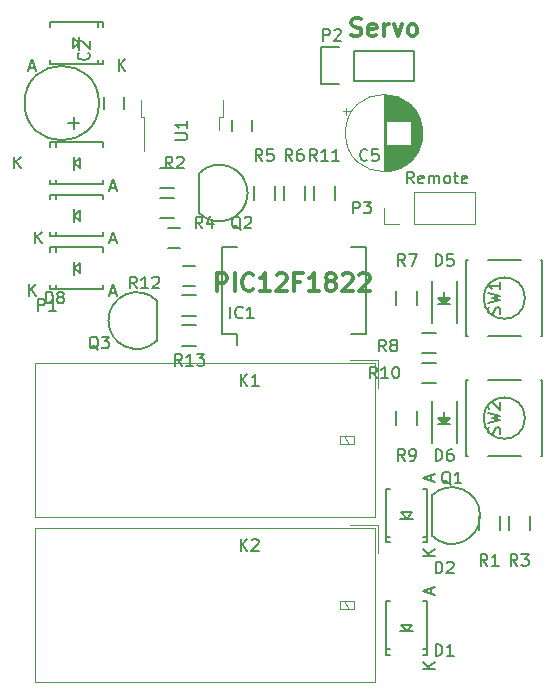
<source format=gbr>
G04 #@! TF.GenerationSoftware,KiCad,Pcbnew,(5.99.0-218-g4a79b08ca)*
G04 #@! TF.CreationDate,2019-10-24T17:32:45-07:00*
G04 #@! TF.ProjectId,RCSMCtrl,5243534d-4374-4726-9c2e-6b696361645f,NC*
G04 #@! TF.SameCoordinates,Original*
G04 #@! TF.FileFunction,Legend,Top*
G04 #@! TF.FilePolarity,Positive*
%FSLAX46Y46*%
G04 Gerber Fmt 4.6, Leading zero omitted, Abs format (unit mm)*
G04 Created by KiCad (PCBNEW (5.99.0-218-g4a79b08ca)) date 2019-10-24 17:32:45*
%MOMM*%
%LPD*%
G04 APERTURE LIST*
%ADD10C,0.150000*%
%ADD11C,0.300000*%
%ADD12C,0.120000*%
G04 APERTURE END LIST*
D10*
X137747619Y-63317380D02*
X137414285Y-62841190D01*
X137176190Y-63317380D02*
X137176190Y-62317380D01*
X137557142Y-62317380D01*
X137652380Y-62365000D01*
X137700000Y-62412619D01*
X137747619Y-62507857D01*
X137747619Y-62650714D01*
X137700000Y-62745952D01*
X137652380Y-62793571D01*
X137557142Y-62841190D01*
X137176190Y-62841190D01*
X138557142Y-63269761D02*
X138461904Y-63317380D01*
X138271428Y-63317380D01*
X138176190Y-63269761D01*
X138128571Y-63174523D01*
X138128571Y-62793571D01*
X138176190Y-62698333D01*
X138271428Y-62650714D01*
X138461904Y-62650714D01*
X138557142Y-62698333D01*
X138604761Y-62793571D01*
X138604761Y-62888809D01*
X138128571Y-62984047D01*
X139033333Y-63317380D02*
X139033333Y-62650714D01*
X139033333Y-62745952D02*
X139080952Y-62698333D01*
X139176190Y-62650714D01*
X139319047Y-62650714D01*
X139414285Y-62698333D01*
X139461904Y-62793571D01*
X139461904Y-63317380D01*
X139461904Y-62793571D02*
X139509523Y-62698333D01*
X139604761Y-62650714D01*
X139747619Y-62650714D01*
X139842857Y-62698333D01*
X139890476Y-62793571D01*
X139890476Y-63317380D01*
X140509523Y-63317380D02*
X140414285Y-63269761D01*
X140366666Y-63222142D01*
X140319047Y-63126904D01*
X140319047Y-62841190D01*
X140366666Y-62745952D01*
X140414285Y-62698333D01*
X140509523Y-62650714D01*
X140652380Y-62650714D01*
X140747619Y-62698333D01*
X140795238Y-62745952D01*
X140842857Y-62841190D01*
X140842857Y-63126904D01*
X140795238Y-63222142D01*
X140747619Y-63269761D01*
X140652380Y-63317380D01*
X140509523Y-63317380D01*
X141128571Y-62650714D02*
X141509523Y-62650714D01*
X141271428Y-62317380D02*
X141271428Y-63174523D01*
X141319047Y-63269761D01*
X141414285Y-63317380D01*
X141509523Y-63317380D01*
X142223809Y-63269761D02*
X142128571Y-63317380D01*
X141938095Y-63317380D01*
X141842857Y-63269761D01*
X141795238Y-63174523D01*
X141795238Y-62793571D01*
X141842857Y-62698333D01*
X141938095Y-62650714D01*
X142128571Y-62650714D01*
X142223809Y-62698333D01*
X142271428Y-62793571D01*
X142271428Y-62888809D01*
X141795238Y-62984047D01*
D11*
X132469285Y-50772142D02*
X132683571Y-50843571D01*
X133040714Y-50843571D01*
X133183571Y-50772142D01*
X133255000Y-50700714D01*
X133326428Y-50557857D01*
X133326428Y-50415000D01*
X133255000Y-50272142D01*
X133183571Y-50200714D01*
X133040714Y-50129285D01*
X132755000Y-50057857D01*
X132612142Y-49986428D01*
X132540714Y-49915000D01*
X132469285Y-49772142D01*
X132469285Y-49629285D01*
X132540714Y-49486428D01*
X132612142Y-49415000D01*
X132755000Y-49343571D01*
X133112142Y-49343571D01*
X133326428Y-49415000D01*
X134540714Y-50772142D02*
X134397857Y-50843571D01*
X134112142Y-50843571D01*
X133969285Y-50772142D01*
X133897857Y-50629285D01*
X133897857Y-50057857D01*
X133969285Y-49915000D01*
X134112142Y-49843571D01*
X134397857Y-49843571D01*
X134540714Y-49915000D01*
X134612142Y-50057857D01*
X134612142Y-50200714D01*
X133897857Y-50343571D01*
X135255000Y-50843571D02*
X135255000Y-49843571D01*
X135255000Y-50129285D02*
X135326428Y-49986428D01*
X135397857Y-49915000D01*
X135540714Y-49843571D01*
X135683571Y-49843571D01*
X136040714Y-49843571D02*
X136397857Y-50843571D01*
X136755000Y-49843571D01*
X137540714Y-50843571D02*
X137397857Y-50772142D01*
X137326428Y-50700714D01*
X137255000Y-50557857D01*
X137255000Y-50129285D01*
X137326428Y-49986428D01*
X137397857Y-49915000D01*
X137540714Y-49843571D01*
X137755000Y-49843571D01*
X137897857Y-49915000D01*
X137969285Y-49986428D01*
X138040714Y-50129285D01*
X138040714Y-50557857D01*
X137969285Y-50700714D01*
X137897857Y-50772142D01*
X137755000Y-50843571D01*
X137540714Y-50843571D01*
X121079428Y-72433571D02*
X121079428Y-70933571D01*
X121650857Y-70933571D01*
X121793714Y-71005000D01*
X121865142Y-71076428D01*
X121936571Y-71219285D01*
X121936571Y-71433571D01*
X121865142Y-71576428D01*
X121793714Y-71647857D01*
X121650857Y-71719285D01*
X121079428Y-71719285D01*
X122579428Y-72433571D02*
X122579428Y-70933571D01*
X124150857Y-72290714D02*
X124079428Y-72362142D01*
X123865142Y-72433571D01*
X123722285Y-72433571D01*
X123508000Y-72362142D01*
X123365142Y-72219285D01*
X123293714Y-72076428D01*
X123222285Y-71790714D01*
X123222285Y-71576428D01*
X123293714Y-71290714D01*
X123365142Y-71147857D01*
X123508000Y-71005000D01*
X123722285Y-70933571D01*
X123865142Y-70933571D01*
X124079428Y-71005000D01*
X124150857Y-71076428D01*
X125579428Y-72433571D02*
X124722285Y-72433571D01*
X125150857Y-72433571D02*
X125150857Y-70933571D01*
X125008000Y-71147857D01*
X124865142Y-71290714D01*
X124722285Y-71362142D01*
X126150857Y-71076428D02*
X126222285Y-71005000D01*
X126365142Y-70933571D01*
X126722285Y-70933571D01*
X126865142Y-71005000D01*
X126936571Y-71076428D01*
X127008000Y-71219285D01*
X127008000Y-71362142D01*
X126936571Y-71576428D01*
X126079428Y-72433571D01*
X127008000Y-72433571D01*
X128150857Y-71647857D02*
X127650857Y-71647857D01*
X127650857Y-72433571D02*
X127650857Y-70933571D01*
X128365142Y-70933571D01*
X129722285Y-72433571D02*
X128865142Y-72433571D01*
X129293714Y-72433571D02*
X129293714Y-70933571D01*
X129150857Y-71147857D01*
X129008000Y-71290714D01*
X128865142Y-71362142D01*
X130579428Y-71576428D02*
X130436571Y-71505000D01*
X130365142Y-71433571D01*
X130293714Y-71290714D01*
X130293714Y-71219285D01*
X130365142Y-71076428D01*
X130436571Y-71005000D01*
X130579428Y-70933571D01*
X130865142Y-70933571D01*
X131008000Y-71005000D01*
X131079428Y-71076428D01*
X131150857Y-71219285D01*
X131150857Y-71290714D01*
X131079428Y-71433571D01*
X131008000Y-71505000D01*
X130865142Y-71576428D01*
X130579428Y-71576428D01*
X130436571Y-71647857D01*
X130365142Y-71719285D01*
X130293714Y-71862142D01*
X130293714Y-72147857D01*
X130365142Y-72290714D01*
X130436571Y-72362142D01*
X130579428Y-72433571D01*
X130865142Y-72433571D01*
X131008000Y-72362142D01*
X131079428Y-72290714D01*
X131150857Y-72147857D01*
X131150857Y-71862142D01*
X131079428Y-71719285D01*
X131008000Y-71647857D01*
X130865142Y-71576428D01*
X131722285Y-71076428D02*
X131793714Y-71005000D01*
X131936571Y-70933571D01*
X132293714Y-70933571D01*
X132436571Y-71005000D01*
X132508000Y-71076428D01*
X132579428Y-71219285D01*
X132579428Y-71362142D01*
X132508000Y-71576428D01*
X131650857Y-72433571D01*
X132579428Y-72433571D01*
X133150857Y-71076428D02*
X133222285Y-71005000D01*
X133365142Y-70933571D01*
X133722285Y-70933571D01*
X133865142Y-71005000D01*
X133936571Y-71076428D01*
X134008000Y-71219285D01*
X134008000Y-71362142D01*
X133936571Y-71576428D01*
X133079428Y-72433571D01*
X134008000Y-72433571D01*
D10*
X113245000Y-57015000D02*
X113245000Y-56015000D01*
X111545000Y-56015000D02*
X111545000Y-57015000D01*
D12*
X142935000Y-66735000D02*
X142935000Y-64075000D01*
X137795000Y-66735000D02*
X142935000Y-66735000D01*
X137795000Y-64075000D02*
X142935000Y-64075000D01*
X137795000Y-66735000D02*
X137795000Y-64075000D01*
X136525000Y-66735000D02*
X135195000Y-66735000D01*
X135195000Y-66735000D02*
X135195000Y-65405000D01*
X138505000Y-59055000D02*
G75*
G03X138505000Y-59055000I-3270000J0D01*
G01*
X135235000Y-55825000D02*
X135235000Y-62285000D01*
X135275000Y-55825000D02*
X135275000Y-62285000D01*
X135315000Y-55825000D02*
X135315000Y-62285000D01*
X135355000Y-55827000D02*
X135355000Y-62283000D01*
X135395000Y-55828000D02*
X135395000Y-62282000D01*
X135435000Y-55831000D02*
X135435000Y-62279000D01*
X135475000Y-55833000D02*
X135475000Y-58015000D01*
X135475000Y-60095000D02*
X135475000Y-62277000D01*
X135515000Y-55837000D02*
X135515000Y-58015000D01*
X135515000Y-60095000D02*
X135515000Y-62273000D01*
X135555000Y-55840000D02*
X135555000Y-58015000D01*
X135555000Y-60095000D02*
X135555000Y-62270000D01*
X135595000Y-55844000D02*
X135595000Y-58015000D01*
X135595000Y-60095000D02*
X135595000Y-62266000D01*
X135635000Y-55849000D02*
X135635000Y-58015000D01*
X135635000Y-60095000D02*
X135635000Y-62261000D01*
X135675000Y-55854000D02*
X135675000Y-58015000D01*
X135675000Y-60095000D02*
X135675000Y-62256000D01*
X135715000Y-55860000D02*
X135715000Y-58015000D01*
X135715000Y-60095000D02*
X135715000Y-62250000D01*
X135755000Y-55866000D02*
X135755000Y-58015000D01*
X135755000Y-60095000D02*
X135755000Y-62244000D01*
X135795000Y-55873000D02*
X135795000Y-58015000D01*
X135795000Y-60095000D02*
X135795000Y-62237000D01*
X135835000Y-55880000D02*
X135835000Y-58015000D01*
X135835000Y-60095000D02*
X135835000Y-62230000D01*
X135875000Y-55888000D02*
X135875000Y-58015000D01*
X135875000Y-60095000D02*
X135875000Y-62222000D01*
X135915000Y-55896000D02*
X135915000Y-58015000D01*
X135915000Y-60095000D02*
X135915000Y-62214000D01*
X135956000Y-55905000D02*
X135956000Y-58015000D01*
X135956000Y-60095000D02*
X135956000Y-62205000D01*
X135996000Y-55914000D02*
X135996000Y-58015000D01*
X135996000Y-60095000D02*
X135996000Y-62196000D01*
X136036000Y-55924000D02*
X136036000Y-58015000D01*
X136036000Y-60095000D02*
X136036000Y-62186000D01*
X136076000Y-55934000D02*
X136076000Y-58015000D01*
X136076000Y-60095000D02*
X136076000Y-62176000D01*
X136116000Y-55945000D02*
X136116000Y-58015000D01*
X136116000Y-60095000D02*
X136116000Y-62165000D01*
X136156000Y-55957000D02*
X136156000Y-58015000D01*
X136156000Y-60095000D02*
X136156000Y-62153000D01*
X136196000Y-55969000D02*
X136196000Y-58015000D01*
X136196000Y-60095000D02*
X136196000Y-62141000D01*
X136236000Y-55981000D02*
X136236000Y-58015000D01*
X136236000Y-60095000D02*
X136236000Y-62129000D01*
X136276000Y-55994000D02*
X136276000Y-58015000D01*
X136276000Y-60095000D02*
X136276000Y-62116000D01*
X136316000Y-56008000D02*
X136316000Y-58015000D01*
X136316000Y-60095000D02*
X136316000Y-62102000D01*
X136356000Y-56022000D02*
X136356000Y-58015000D01*
X136356000Y-60095000D02*
X136356000Y-62088000D01*
X136396000Y-56037000D02*
X136396000Y-58015000D01*
X136396000Y-60095000D02*
X136396000Y-62073000D01*
X136436000Y-56053000D02*
X136436000Y-58015000D01*
X136436000Y-60095000D02*
X136436000Y-62057000D01*
X136476000Y-56069000D02*
X136476000Y-58015000D01*
X136476000Y-60095000D02*
X136476000Y-62041000D01*
X136516000Y-56085000D02*
X136516000Y-58015000D01*
X136516000Y-60095000D02*
X136516000Y-62025000D01*
X136556000Y-56103000D02*
X136556000Y-58015000D01*
X136556000Y-60095000D02*
X136556000Y-62007000D01*
X136596000Y-56121000D02*
X136596000Y-58015000D01*
X136596000Y-60095000D02*
X136596000Y-61989000D01*
X136636000Y-56139000D02*
X136636000Y-58015000D01*
X136636000Y-60095000D02*
X136636000Y-61971000D01*
X136676000Y-56159000D02*
X136676000Y-58015000D01*
X136676000Y-60095000D02*
X136676000Y-61951000D01*
X136716000Y-56179000D02*
X136716000Y-58015000D01*
X136716000Y-60095000D02*
X136716000Y-61931000D01*
X136756000Y-56199000D02*
X136756000Y-58015000D01*
X136756000Y-60095000D02*
X136756000Y-61911000D01*
X136796000Y-56221000D02*
X136796000Y-58015000D01*
X136796000Y-60095000D02*
X136796000Y-61889000D01*
X136836000Y-56243000D02*
X136836000Y-58015000D01*
X136836000Y-60095000D02*
X136836000Y-61867000D01*
X136876000Y-56265000D02*
X136876000Y-58015000D01*
X136876000Y-60095000D02*
X136876000Y-61845000D01*
X136916000Y-56289000D02*
X136916000Y-58015000D01*
X136916000Y-60095000D02*
X136916000Y-61821000D01*
X136956000Y-56313000D02*
X136956000Y-58015000D01*
X136956000Y-60095000D02*
X136956000Y-61797000D01*
X136996000Y-56339000D02*
X136996000Y-58015000D01*
X136996000Y-60095000D02*
X136996000Y-61771000D01*
X137036000Y-56365000D02*
X137036000Y-58015000D01*
X137036000Y-60095000D02*
X137036000Y-61745000D01*
X137076000Y-56391000D02*
X137076000Y-58015000D01*
X137076000Y-60095000D02*
X137076000Y-61719000D01*
X137116000Y-56419000D02*
X137116000Y-58015000D01*
X137116000Y-60095000D02*
X137116000Y-61691000D01*
X137156000Y-56448000D02*
X137156000Y-58015000D01*
X137156000Y-60095000D02*
X137156000Y-61662000D01*
X137196000Y-56477000D02*
X137196000Y-58015000D01*
X137196000Y-60095000D02*
X137196000Y-61633000D01*
X137236000Y-56507000D02*
X137236000Y-58015000D01*
X137236000Y-60095000D02*
X137236000Y-61603000D01*
X137276000Y-56539000D02*
X137276000Y-58015000D01*
X137276000Y-60095000D02*
X137276000Y-61571000D01*
X137316000Y-56571000D02*
X137316000Y-58015000D01*
X137316000Y-60095000D02*
X137316000Y-61539000D01*
X137356000Y-56605000D02*
X137356000Y-58015000D01*
X137356000Y-60095000D02*
X137356000Y-61505000D01*
X137396000Y-56639000D02*
X137396000Y-58015000D01*
X137396000Y-60095000D02*
X137396000Y-61471000D01*
X137436000Y-56675000D02*
X137436000Y-58015000D01*
X137436000Y-60095000D02*
X137436000Y-61435000D01*
X137476000Y-56712000D02*
X137476000Y-58015000D01*
X137476000Y-60095000D02*
X137476000Y-61398000D01*
X137516000Y-56750000D02*
X137516000Y-58015000D01*
X137516000Y-60095000D02*
X137516000Y-61360000D01*
X137556000Y-56790000D02*
X137556000Y-61320000D01*
X137596000Y-56831000D02*
X137596000Y-61279000D01*
X137636000Y-56873000D02*
X137636000Y-61237000D01*
X137676000Y-56918000D02*
X137676000Y-61192000D01*
X137716000Y-56963000D02*
X137716000Y-61147000D01*
X137756000Y-57011000D02*
X137756000Y-61099000D01*
X137796000Y-57060000D02*
X137796000Y-61050000D01*
X137836000Y-57111000D02*
X137836000Y-60999000D01*
X137876000Y-57165000D02*
X137876000Y-60945000D01*
X137916000Y-57221000D02*
X137916000Y-60889000D01*
X137956000Y-57279000D02*
X137956000Y-60831000D01*
X137996000Y-57341000D02*
X137996000Y-60769000D01*
X138036000Y-57405000D02*
X138036000Y-60705000D01*
X138076000Y-57474000D02*
X138076000Y-60636000D01*
X138116000Y-57546000D02*
X138116000Y-60564000D01*
X138156000Y-57623000D02*
X138156000Y-60487000D01*
X138196000Y-57705000D02*
X138196000Y-60405000D01*
X138236000Y-57793000D02*
X138236000Y-60317000D01*
X138276000Y-57890000D02*
X138276000Y-60220000D01*
X138316000Y-57996000D02*
X138316000Y-60114000D01*
X138356000Y-58115000D02*
X138356000Y-59995000D01*
X138396000Y-58253000D02*
X138396000Y-59857000D01*
X138436000Y-58422000D02*
X138436000Y-59688000D01*
X138476000Y-58653000D02*
X138476000Y-59457000D01*
X131734759Y-57216000D02*
X132364759Y-57216000D01*
X132049759Y-56901000D02*
X132049759Y-57531000D01*
X134720000Y-78290000D02*
X134720000Y-80630000D01*
X132380000Y-78290000D02*
X134720000Y-78290000D01*
X131480000Y-84680000D02*
X131480000Y-85380000D01*
X132680000Y-84680000D02*
X131480000Y-84680000D01*
X132680000Y-85380000D02*
X132680000Y-84680000D01*
X131480000Y-85380000D02*
X132680000Y-85380000D01*
X131880000Y-84680000D02*
X132280000Y-85380000D01*
X105680000Y-78530000D02*
X105680000Y-91530000D01*
X134480000Y-78530000D02*
X105680000Y-78530000D01*
X134480000Y-91530000D02*
X134480000Y-78530000D01*
X105680000Y-91530000D02*
X134480000Y-91530000D01*
D10*
X116975000Y-68795000D02*
X117975000Y-68795000D01*
X117975000Y-67095000D02*
X116975000Y-67095000D01*
X111099600Y-56515000D02*
G75*
G03X111099600Y-56515000I-3149600J0D01*
G01*
X108950760Y-57815480D02*
X108950760Y-57713880D01*
X108950760Y-58214260D02*
X108950760Y-57815480D01*
X109451140Y-58214260D02*
X108950760Y-58214260D01*
X108950760Y-58214260D02*
X108950760Y-58714640D01*
X108950760Y-58214260D02*
X108450380Y-58214260D01*
X124040000Y-58920000D02*
X124040000Y-57920000D01*
X122340000Y-57920000D02*
X122340000Y-58920000D01*
X119245000Y-70270000D02*
X118245000Y-70270000D01*
X118245000Y-71970000D02*
X119245000Y-71970000D01*
X135409940Y-103215440D02*
X135409940Y-98714560D01*
X138910060Y-103215440D02*
X138910060Y-98714560D01*
X135409940Y-98714560D02*
X135760460Y-98714560D01*
X135409940Y-103215440D02*
X135760460Y-103215440D01*
X138910060Y-103215440D02*
X138559540Y-103215440D01*
X138910060Y-98714560D02*
X138559540Y-98714560D01*
X135409940Y-102764140D02*
X135760460Y-102764140D01*
X138910060Y-102764140D02*
X138559540Y-102764140D01*
X136610000Y-101215000D02*
X137710000Y-101215000D01*
X137610000Y-100665000D02*
X137160000Y-101215000D01*
X136710000Y-100665000D02*
X137610000Y-100665000D01*
X137160000Y-101215000D02*
X136710000Y-100665000D01*
X135409940Y-93690440D02*
X135409940Y-89189560D01*
X138910060Y-93690440D02*
X138910060Y-89189560D01*
X135409940Y-89189560D02*
X135760460Y-89189560D01*
X135409940Y-93690440D02*
X135760460Y-93690440D01*
X138910060Y-93690440D02*
X138559540Y-93690440D01*
X138910060Y-89189560D02*
X138559540Y-89189560D01*
X135409940Y-93239140D02*
X135760460Y-93239140D01*
X138910060Y-93239140D02*
X138559540Y-93239140D01*
X136610000Y-91690000D02*
X137710000Y-91690000D01*
X137610000Y-91140000D02*
X137160000Y-91690000D01*
X136710000Y-91140000D02*
X137610000Y-91140000D01*
X137160000Y-91690000D02*
X136710000Y-91140000D01*
X106969560Y-59844940D02*
X111470440Y-59844940D01*
X106969560Y-63345060D02*
X111470440Y-63345060D01*
X111470440Y-59844940D02*
X111470440Y-60195460D01*
X106969560Y-59844940D02*
X106969560Y-60195460D01*
X106969560Y-63345060D02*
X106969560Y-62994540D01*
X111470440Y-63345060D02*
X111470440Y-62994540D01*
X107420860Y-59844940D02*
X107420860Y-60195460D01*
X107420860Y-63345060D02*
X107420860Y-62994540D01*
X108970000Y-61045000D02*
X108970000Y-62145000D01*
X109520000Y-62045000D02*
X108970000Y-61595000D01*
X109520000Y-61145000D02*
X109520000Y-62045000D01*
X108970000Y-61595000D02*
X109520000Y-61145000D01*
X111429800Y-53185060D02*
X106928920Y-53185060D01*
X111429800Y-49684940D02*
X106928920Y-49684940D01*
X106928920Y-53185060D02*
X106928920Y-52834540D01*
X111429800Y-53185060D02*
X111429800Y-52834540D01*
X111429800Y-49684940D02*
X111429800Y-50035460D01*
X106928920Y-49684940D02*
X106928920Y-50035460D01*
X110978500Y-53185060D02*
X110978500Y-52834540D01*
X110978500Y-49684940D02*
X110978500Y-50035460D01*
X109429360Y-51985000D02*
X109429360Y-50885000D01*
X108879360Y-50985000D02*
X109429360Y-51435000D01*
X108879360Y-51885000D02*
X108879360Y-50985000D01*
X109429360Y-51435000D02*
X108879360Y-51885000D01*
X140835000Y-73025000D02*
X140335000Y-73525000D01*
X139835000Y-73025000D02*
X140835000Y-73025000D01*
X140335000Y-73525000D02*
X139835000Y-73025000D01*
X140335000Y-73025000D02*
X140335000Y-72525000D01*
X139835000Y-73525000D02*
X140835000Y-73525000D01*
X140385000Y-73225000D02*
X140335000Y-73275000D01*
X140135000Y-73225000D02*
X140385000Y-73225000D01*
X140335000Y-73425000D02*
X140135000Y-73225000D01*
X140635000Y-73125000D02*
X140335000Y-73425000D01*
X140035000Y-73125000D02*
X140635000Y-73125000D01*
X139285000Y-75175000D02*
X139285000Y-71575000D01*
X141385000Y-75175000D02*
X141385000Y-71575000D01*
X140835000Y-83185000D02*
X140335000Y-83685000D01*
X139835000Y-83185000D02*
X140835000Y-83185000D01*
X140335000Y-83685000D02*
X139835000Y-83185000D01*
X140335000Y-83185000D02*
X140335000Y-82685000D01*
X139835000Y-83685000D02*
X140835000Y-83685000D01*
X140385000Y-83385000D02*
X140335000Y-83435000D01*
X140135000Y-83385000D02*
X140385000Y-83385000D01*
X140335000Y-83585000D02*
X140135000Y-83385000D01*
X140635000Y-83285000D02*
X140335000Y-83585000D01*
X140035000Y-83285000D02*
X140635000Y-83285000D01*
X139285000Y-85335000D02*
X139285000Y-81735000D01*
X141385000Y-85335000D02*
X141385000Y-81735000D01*
X106969560Y-64289940D02*
X111470440Y-64289940D01*
X106969560Y-67790060D02*
X111470440Y-67790060D01*
X111470440Y-64289940D02*
X111470440Y-64640460D01*
X106969560Y-64289940D02*
X106969560Y-64640460D01*
X106969560Y-67790060D02*
X106969560Y-67439540D01*
X111470440Y-67790060D02*
X111470440Y-67439540D01*
X107420860Y-64289940D02*
X107420860Y-64640460D01*
X107420860Y-67790060D02*
X107420860Y-67439540D01*
X108970000Y-65490000D02*
X108970000Y-66590000D01*
X109520000Y-66490000D02*
X108970000Y-66040000D01*
X109520000Y-65590000D02*
X109520000Y-66490000D01*
X108970000Y-66040000D02*
X109520000Y-65590000D01*
X106969560Y-68734940D02*
X111470440Y-68734940D01*
X106969560Y-72235060D02*
X111470440Y-72235060D01*
X111470440Y-68734940D02*
X111470440Y-69085460D01*
X106969560Y-68734940D02*
X106969560Y-69085460D01*
X106969560Y-72235060D02*
X106969560Y-71884540D01*
X111470440Y-72235060D02*
X111470440Y-71884540D01*
X107420860Y-68734940D02*
X107420860Y-69085460D01*
X107420860Y-72235060D02*
X107420860Y-71884540D01*
X108970000Y-69935000D02*
X108970000Y-71035000D01*
X109520000Y-70935000D02*
X108970000Y-70485000D01*
X109520000Y-70035000D02*
X109520000Y-70935000D01*
X108970000Y-70485000D02*
X109520000Y-70035000D01*
X122800000Y-76065000D02*
X122800000Y-77000000D01*
X133740000Y-76065000D02*
X133740000Y-68715000D01*
X121530000Y-76065000D02*
X121530000Y-68715000D01*
X133740000Y-76065000D02*
X132470000Y-76065000D01*
X133740000Y-68715000D02*
X132470000Y-68715000D01*
X121530000Y-68715000D02*
X122800000Y-68715000D01*
X121530000Y-76065000D02*
X122800000Y-76065000D01*
X129895000Y-54890000D02*
X129895000Y-51790000D01*
X131445000Y-54890000D02*
X129895000Y-54890000D01*
X132715000Y-52070000D02*
X132715000Y-54610000D01*
X129895000Y-51790000D02*
X131445000Y-51790000D01*
X137795000Y-52070000D02*
X132715000Y-52070000D01*
X137795000Y-54610000D02*
X137795000Y-52070000D01*
X132715000Y-54610000D02*
X137795000Y-54610000D01*
X139272944Y-93137056D02*
G75*
G03X143370000Y-91440000I1697056J1697056D01*
G01*
X139272944Y-89742944D02*
G75*
G02X143370000Y-91440000I1697056J-1697056D01*
G01*
X139270000Y-89740000D02*
X139270000Y-93140000D01*
X119587944Y-65832056D02*
G75*
G03X123685000Y-64135000I1697056J1697056D01*
G01*
X119587944Y-62437944D02*
G75*
G02X123685000Y-64135000I1697056J-1697056D01*
G01*
X119585000Y-62435000D02*
X119585000Y-65835000D01*
X115997056Y-73232944D02*
G75*
G03X111900000Y-74930000I-1697056J-1697056D01*
G01*
X115997056Y-76627056D02*
G75*
G02X111900000Y-74930000I-1697056J1697056D01*
G01*
X116000000Y-76630000D02*
X116000000Y-73230000D01*
X143270000Y-92675000D02*
X143270000Y-91475000D01*
X145020000Y-91475000D02*
X145020000Y-92675000D01*
X117440000Y-63740000D02*
X116240000Y-63740000D01*
X116240000Y-61990000D02*
X117440000Y-61990000D01*
X147560000Y-91475000D02*
X147560000Y-92675000D01*
X145810000Y-92675000D02*
X145810000Y-91475000D01*
X117440000Y-66280000D02*
X116240000Y-66280000D01*
X116240000Y-64530000D02*
X117440000Y-64530000D01*
X125970000Y-63535000D02*
X125970000Y-64735000D01*
X124220000Y-64735000D02*
X124220000Y-63535000D01*
X126760000Y-64735000D02*
X126760000Y-63535000D01*
X128510000Y-63535000D02*
X128510000Y-64735000D01*
X136285000Y-73625000D02*
X136285000Y-72425000D01*
X138035000Y-72425000D02*
X138035000Y-73625000D01*
X138465000Y-75960000D02*
X139665000Y-75960000D01*
X139665000Y-77710000D02*
X138465000Y-77710000D01*
X136285000Y-83785000D02*
X136285000Y-82585000D01*
X138035000Y-82585000D02*
X138035000Y-83785000D01*
X138465000Y-78500000D02*
X139665000Y-78500000D01*
X139665000Y-80250000D02*
X138465000Y-80250000D01*
X131050000Y-63535000D02*
X131050000Y-64735000D01*
X129300000Y-64735000D02*
X129300000Y-63535000D01*
X119345000Y-74535000D02*
X118145000Y-74535000D01*
X118145000Y-72785000D02*
X119345000Y-72785000D01*
X119345000Y-77075000D02*
X118145000Y-77075000D01*
X118145000Y-75325000D02*
X119345000Y-75325000D01*
X148640000Y-76250000D02*
X148640000Y-69800000D01*
X144015000Y-76250000D02*
X146815000Y-76250000D01*
X142190000Y-76250000D02*
X142190000Y-69800000D01*
X144015000Y-69800000D02*
X146815000Y-69800000D01*
X142315000Y-76250000D02*
X142190000Y-76250000D01*
X148640000Y-76250000D02*
X148515000Y-76250000D01*
X148640000Y-69800000D02*
X148515000Y-69800000D01*
X142190000Y-69800000D02*
X142315000Y-69800000D01*
X147165714Y-73025000D02*
G75*
G03X147165714Y-73025000I-1750714J0D01*
G01*
X148640000Y-86410000D02*
X148640000Y-79960000D01*
X144015000Y-86410000D02*
X146815000Y-86410000D01*
X142190000Y-86410000D02*
X142190000Y-79960000D01*
X144015000Y-79960000D02*
X146815000Y-79960000D01*
X142315000Y-86410000D02*
X142190000Y-86410000D01*
X148640000Y-86410000D02*
X148515000Y-86410000D01*
X148640000Y-79960000D02*
X148515000Y-79960000D01*
X142190000Y-79960000D02*
X142315000Y-79960000D01*
X147165714Y-83185000D02*
G75*
G03X147165714Y-83185000I-1750714J0D01*
G01*
D12*
X105680000Y-105500000D02*
X134480000Y-105500000D01*
X134480000Y-105500000D02*
X134480000Y-92500000D01*
X134480000Y-92500000D02*
X105680000Y-92500000D01*
X105680000Y-92500000D02*
X105680000Y-105500000D01*
X131880000Y-98650000D02*
X132280000Y-99350000D01*
X131480000Y-99350000D02*
X132680000Y-99350000D01*
X132680000Y-99350000D02*
X132680000Y-98650000D01*
X132680000Y-98650000D02*
X131480000Y-98650000D01*
X131480000Y-98650000D02*
X131480000Y-99350000D01*
X132380000Y-92260000D02*
X134720000Y-92260000D01*
X134720000Y-92260000D02*
X134720000Y-94600000D01*
X114660000Y-56215000D02*
X114660000Y-57715000D01*
X114660000Y-57715000D02*
X114930000Y-57715000D01*
X114930000Y-57715000D02*
X114930000Y-60545000D01*
X121560000Y-56215000D02*
X121560000Y-57715000D01*
X121560000Y-57715000D02*
X121290000Y-57715000D01*
X121290000Y-57715000D02*
X121290000Y-58815000D01*
D10*
X132611904Y-65857380D02*
X132611904Y-64857380D01*
X132992857Y-64857380D01*
X133088095Y-64905000D01*
X133135714Y-64952619D01*
X133183333Y-65047857D01*
X133183333Y-65190714D01*
X133135714Y-65285952D01*
X133088095Y-65333571D01*
X132992857Y-65381190D01*
X132611904Y-65381190D01*
X133516666Y-64857380D02*
X134135714Y-64857380D01*
X133802380Y-65238333D01*
X133945238Y-65238333D01*
X134040476Y-65285952D01*
X134088095Y-65333571D01*
X134135714Y-65428809D01*
X134135714Y-65666904D01*
X134088095Y-65762142D01*
X134040476Y-65809761D01*
X133945238Y-65857380D01*
X133659523Y-65857380D01*
X133564285Y-65809761D01*
X133516666Y-65762142D01*
X133818333Y-61317142D02*
X133770714Y-61364761D01*
X133627857Y-61412380D01*
X133532619Y-61412380D01*
X133389761Y-61364761D01*
X133294523Y-61269523D01*
X133246904Y-61174285D01*
X133199285Y-60983809D01*
X133199285Y-60840952D01*
X133246904Y-60650476D01*
X133294523Y-60555238D01*
X133389761Y-60460000D01*
X133532619Y-60412380D01*
X133627857Y-60412380D01*
X133770714Y-60460000D01*
X133818333Y-60507619D01*
X134723095Y-60412380D02*
X134246904Y-60412380D01*
X134199285Y-60888571D01*
X134246904Y-60840952D01*
X134342142Y-60793333D01*
X134580238Y-60793333D01*
X134675476Y-60840952D01*
X134723095Y-60888571D01*
X134770714Y-60983809D01*
X134770714Y-61221904D01*
X134723095Y-61317142D01*
X134675476Y-61364761D01*
X134580238Y-61412380D01*
X134342142Y-61412380D01*
X134246904Y-61364761D01*
X134199285Y-61317142D01*
X123086904Y-80462380D02*
X123086904Y-79462380D01*
X123658333Y-80462380D02*
X123229761Y-79890952D01*
X123658333Y-79462380D02*
X123086904Y-80033809D01*
X124610714Y-80462380D02*
X124039285Y-80462380D01*
X124325000Y-80462380D02*
X124325000Y-79462380D01*
X124229761Y-79605238D01*
X124134523Y-79700476D01*
X124039285Y-79748095D01*
X105941904Y-74112380D02*
X105941904Y-73112380D01*
X106322857Y-73112380D01*
X106418095Y-73160000D01*
X106465714Y-73207619D01*
X106513333Y-73302857D01*
X106513333Y-73445714D01*
X106465714Y-73540952D01*
X106418095Y-73588571D01*
X106322857Y-73636190D01*
X105941904Y-73636190D01*
X107465714Y-74112380D02*
X106894285Y-74112380D01*
X107180000Y-74112380D02*
X107180000Y-73112380D01*
X107084761Y-73255238D01*
X106989523Y-73350476D01*
X106894285Y-73398095D01*
X110212142Y-52236666D02*
X110259761Y-52284285D01*
X110307380Y-52427142D01*
X110307380Y-52522380D01*
X110259761Y-52665238D01*
X110164523Y-52760476D01*
X110069285Y-52808095D01*
X109878809Y-52855714D01*
X109735952Y-52855714D01*
X109545476Y-52808095D01*
X109450238Y-52760476D01*
X109355000Y-52665238D01*
X109307380Y-52522380D01*
X109307380Y-52427142D01*
X109355000Y-52284285D01*
X109402619Y-52236666D01*
X109402619Y-51855714D02*
X109355000Y-51808095D01*
X109307380Y-51712857D01*
X109307380Y-51474761D01*
X109355000Y-51379523D01*
X109402619Y-51331904D01*
X109497857Y-51284285D01*
X109593095Y-51284285D01*
X109735952Y-51331904D01*
X110307380Y-51903333D01*
X110307380Y-51284285D01*
X139596904Y-103322380D02*
X139596904Y-102322380D01*
X139835000Y-102322380D01*
X139977857Y-102370000D01*
X140073095Y-102465238D01*
X140120714Y-102560476D01*
X140168333Y-102750952D01*
X140168333Y-102893809D01*
X140120714Y-103084285D01*
X140073095Y-103179523D01*
X139977857Y-103274761D01*
X139835000Y-103322380D01*
X139596904Y-103322380D01*
X141120714Y-103322380D02*
X140549285Y-103322380D01*
X140835000Y-103322380D02*
X140835000Y-102322380D01*
X140739761Y-102465238D01*
X140644523Y-102560476D01*
X140549285Y-102608095D01*
X139231666Y-98028095D02*
X139231666Y-97551904D01*
X139517380Y-98123333D02*
X138517380Y-97790000D01*
X139517380Y-97456666D01*
X139517380Y-104401904D02*
X138517380Y-104401904D01*
X139517380Y-103830476D02*
X138945952Y-104259047D01*
X138517380Y-103830476D02*
X139088809Y-104401904D01*
X139596904Y-96337380D02*
X139596904Y-95337380D01*
X139835000Y-95337380D01*
X139977857Y-95385000D01*
X140073095Y-95480238D01*
X140120714Y-95575476D01*
X140168333Y-95765952D01*
X140168333Y-95908809D01*
X140120714Y-96099285D01*
X140073095Y-96194523D01*
X139977857Y-96289761D01*
X139835000Y-96337380D01*
X139596904Y-96337380D01*
X140549285Y-95432619D02*
X140596904Y-95385000D01*
X140692142Y-95337380D01*
X140930238Y-95337380D01*
X141025476Y-95385000D01*
X141073095Y-95432619D01*
X141120714Y-95527857D01*
X141120714Y-95623095D01*
X141073095Y-95765952D01*
X140501666Y-96337380D01*
X141120714Y-96337380D01*
X139231666Y-88503095D02*
X139231666Y-88026904D01*
X139517380Y-88598333D02*
X138517380Y-88265000D01*
X139517380Y-87931666D01*
X139517380Y-94876904D02*
X138517380Y-94876904D01*
X139517380Y-94305476D02*
X138945952Y-94734047D01*
X138517380Y-94305476D02*
X139088809Y-94876904D01*
X112031904Y-63666666D02*
X112508095Y-63666666D01*
X111936666Y-63952380D02*
X112270000Y-62952380D01*
X112603333Y-63952380D01*
X103918735Y-62047380D02*
X103918735Y-61047380D01*
X104490163Y-62047380D02*
X104061592Y-61475952D01*
X104490163Y-61047380D02*
X103918735Y-61618809D01*
X105171904Y-53506666D02*
X105648095Y-53506666D01*
X105076666Y-53792380D02*
X105410000Y-52792380D01*
X105743333Y-53792380D01*
X112768095Y-53792380D02*
X112768095Y-52792380D01*
X113339523Y-53792380D02*
X112910952Y-53220952D01*
X113339523Y-52792380D02*
X112768095Y-53363809D01*
X139596904Y-70302380D02*
X139596904Y-69302380D01*
X139835000Y-69302380D01*
X139977857Y-69350000D01*
X140073095Y-69445238D01*
X140120714Y-69540476D01*
X140168333Y-69730952D01*
X140168333Y-69873809D01*
X140120714Y-70064285D01*
X140073095Y-70159523D01*
X139977857Y-70254761D01*
X139835000Y-70302380D01*
X139596904Y-70302380D01*
X141073095Y-69302380D02*
X140596904Y-69302380D01*
X140549285Y-69778571D01*
X140596904Y-69730952D01*
X140692142Y-69683333D01*
X140930238Y-69683333D01*
X141025476Y-69730952D01*
X141073095Y-69778571D01*
X141120714Y-69873809D01*
X141120714Y-70111904D01*
X141073095Y-70207142D01*
X141025476Y-70254761D01*
X140930238Y-70302380D01*
X140692142Y-70302380D01*
X140596904Y-70254761D01*
X140549285Y-70207142D01*
X139596904Y-86812380D02*
X139596904Y-85812380D01*
X139835000Y-85812380D01*
X139977857Y-85860000D01*
X140073095Y-85955238D01*
X140120714Y-86050476D01*
X140168333Y-86240952D01*
X140168333Y-86383809D01*
X140120714Y-86574285D01*
X140073095Y-86669523D01*
X139977857Y-86764761D01*
X139835000Y-86812380D01*
X139596904Y-86812380D01*
X141025476Y-85812380D02*
X140835000Y-85812380D01*
X140739761Y-85860000D01*
X140692142Y-85907619D01*
X140596904Y-86050476D01*
X140549285Y-86240952D01*
X140549285Y-86621904D01*
X140596904Y-86717142D01*
X140644523Y-86764761D01*
X140739761Y-86812380D01*
X140930238Y-86812380D01*
X141025476Y-86764761D01*
X141073095Y-86717142D01*
X141120714Y-86621904D01*
X141120714Y-86383809D01*
X141073095Y-86288571D01*
X141025476Y-86240952D01*
X140930238Y-86193333D01*
X140739761Y-86193333D01*
X140644523Y-86240952D01*
X140596904Y-86288571D01*
X140549285Y-86383809D01*
X112031904Y-68111666D02*
X112508095Y-68111666D01*
X111936666Y-68397380D02*
X112270000Y-67397380D01*
X112603333Y-68397380D01*
X105708095Y-68397380D02*
X105708095Y-67397380D01*
X106279523Y-68397380D02*
X105850952Y-67825952D01*
X106279523Y-67397380D02*
X105708095Y-67968809D01*
X106617544Y-73477380D02*
X106617544Y-72477380D01*
X106855640Y-72477380D01*
X106998497Y-72525000D01*
X107093735Y-72620238D01*
X107141354Y-72715476D01*
X107188973Y-72905952D01*
X107188973Y-73048809D01*
X107141354Y-73239285D01*
X107093735Y-73334523D01*
X106998497Y-73429761D01*
X106855640Y-73477380D01*
X106617544Y-73477380D01*
X107760401Y-72905952D02*
X107665163Y-72858333D01*
X107617544Y-72810714D01*
X107569925Y-72715476D01*
X107569925Y-72667857D01*
X107617544Y-72572619D01*
X107665163Y-72525000D01*
X107760401Y-72477380D01*
X107950878Y-72477380D01*
X108046116Y-72525000D01*
X108093735Y-72572619D01*
X108141354Y-72667857D01*
X108141354Y-72715476D01*
X108093735Y-72810714D01*
X108046116Y-72858333D01*
X107950878Y-72905952D01*
X107760401Y-72905952D01*
X107665163Y-72953571D01*
X107617544Y-73001190D01*
X107569925Y-73096428D01*
X107569925Y-73286904D01*
X107617544Y-73382142D01*
X107665163Y-73429761D01*
X107760401Y-73477380D01*
X107950878Y-73477380D01*
X108046116Y-73429761D01*
X108093735Y-73382142D01*
X108141354Y-73286904D01*
X108141354Y-73096428D01*
X108093735Y-73001190D01*
X108046116Y-72953571D01*
X107950878Y-72905952D01*
X112031904Y-72556666D02*
X112508095Y-72556666D01*
X111936666Y-72842380D02*
X112270000Y-71842380D01*
X112603333Y-72842380D01*
X105188735Y-72842380D02*
X105188735Y-71842380D01*
X105760163Y-72842380D02*
X105331592Y-72270952D01*
X105760163Y-71842380D02*
X105188735Y-72413809D01*
X122213809Y-74747380D02*
X122213809Y-73747380D01*
X123261428Y-74652142D02*
X123213809Y-74699761D01*
X123070952Y-74747380D01*
X122975714Y-74747380D01*
X122832857Y-74699761D01*
X122737619Y-74604523D01*
X122690000Y-74509285D01*
X122642380Y-74318809D01*
X122642380Y-74175952D01*
X122690000Y-73985476D01*
X122737619Y-73890238D01*
X122832857Y-73795000D01*
X122975714Y-73747380D01*
X123070952Y-73747380D01*
X123213809Y-73795000D01*
X123261428Y-73842619D01*
X124213809Y-74747380D02*
X123642380Y-74747380D01*
X123928095Y-74747380D02*
X123928095Y-73747380D01*
X123832857Y-73890238D01*
X123737619Y-73985476D01*
X123642380Y-74033095D01*
X130071904Y-51252380D02*
X130071904Y-50252380D01*
X130452857Y-50252380D01*
X130548095Y-50300000D01*
X130595714Y-50347619D01*
X130643333Y-50442857D01*
X130643333Y-50585714D01*
X130595714Y-50680952D01*
X130548095Y-50728571D01*
X130452857Y-50776190D01*
X130071904Y-50776190D01*
X131024285Y-50347619D02*
X131071904Y-50300000D01*
X131167142Y-50252380D01*
X131405238Y-50252380D01*
X131500476Y-50300000D01*
X131548095Y-50347619D01*
X131595714Y-50442857D01*
X131595714Y-50538095D01*
X131548095Y-50680952D01*
X130976666Y-51252380D01*
X131595714Y-51252380D01*
X140874761Y-88812619D02*
X140779523Y-88765000D01*
X140684285Y-88669761D01*
X140541428Y-88526904D01*
X140446190Y-88479285D01*
X140350952Y-88479285D01*
X140398571Y-88717380D02*
X140303333Y-88669761D01*
X140208095Y-88574523D01*
X140160476Y-88384047D01*
X140160476Y-88050714D01*
X140208095Y-87860238D01*
X140303333Y-87765000D01*
X140398571Y-87717380D01*
X140589047Y-87717380D01*
X140684285Y-87765000D01*
X140779523Y-87860238D01*
X140827142Y-88050714D01*
X140827142Y-88384047D01*
X140779523Y-88574523D01*
X140684285Y-88669761D01*
X140589047Y-88717380D01*
X140398571Y-88717380D01*
X141779523Y-88717380D02*
X141208095Y-88717380D01*
X141493809Y-88717380D02*
X141493809Y-87717380D01*
X141398571Y-87860238D01*
X141303333Y-87955476D01*
X141208095Y-88003095D01*
X123094761Y-67222619D02*
X122999523Y-67175000D01*
X122904285Y-67079761D01*
X122761428Y-66936904D01*
X122666190Y-66889285D01*
X122570952Y-66889285D01*
X122618571Y-67127380D02*
X122523333Y-67079761D01*
X122428095Y-66984523D01*
X122380476Y-66794047D01*
X122380476Y-66460714D01*
X122428095Y-66270238D01*
X122523333Y-66175000D01*
X122618571Y-66127380D01*
X122809047Y-66127380D01*
X122904285Y-66175000D01*
X122999523Y-66270238D01*
X123047142Y-66460714D01*
X123047142Y-66794047D01*
X122999523Y-66984523D01*
X122904285Y-67079761D01*
X122809047Y-67127380D01*
X122618571Y-67127380D01*
X123428095Y-66222619D02*
X123475714Y-66175000D01*
X123570952Y-66127380D01*
X123809047Y-66127380D01*
X123904285Y-66175000D01*
X123951904Y-66222619D01*
X123999523Y-66317857D01*
X123999523Y-66413095D01*
X123951904Y-66555952D01*
X123380476Y-67127380D01*
X123999523Y-67127380D01*
X111029761Y-77382619D02*
X110934523Y-77335000D01*
X110839285Y-77239761D01*
X110696428Y-77096904D01*
X110601190Y-77049285D01*
X110505952Y-77049285D01*
X110553571Y-77287380D02*
X110458333Y-77239761D01*
X110363095Y-77144523D01*
X110315476Y-76954047D01*
X110315476Y-76620714D01*
X110363095Y-76430238D01*
X110458333Y-76335000D01*
X110553571Y-76287380D01*
X110744047Y-76287380D01*
X110839285Y-76335000D01*
X110934523Y-76430238D01*
X110982142Y-76620714D01*
X110982142Y-76954047D01*
X110934523Y-77144523D01*
X110839285Y-77239761D01*
X110744047Y-77287380D01*
X110553571Y-77287380D01*
X111315476Y-76287380D02*
X111934523Y-76287380D01*
X111601190Y-76668333D01*
X111744047Y-76668333D01*
X111839285Y-76715952D01*
X111886904Y-76763571D01*
X111934523Y-76858809D01*
X111934523Y-77096904D01*
X111886904Y-77192142D01*
X111839285Y-77239761D01*
X111744047Y-77287380D01*
X111458333Y-77287380D01*
X111363095Y-77239761D01*
X111315476Y-77192142D01*
X143978333Y-95702380D02*
X143645000Y-95226190D01*
X143406904Y-95702380D02*
X143406904Y-94702380D01*
X143787857Y-94702380D01*
X143883095Y-94750000D01*
X143930714Y-94797619D01*
X143978333Y-94892857D01*
X143978333Y-95035714D01*
X143930714Y-95130952D01*
X143883095Y-95178571D01*
X143787857Y-95226190D01*
X143406904Y-95226190D01*
X144930714Y-95702380D02*
X144359285Y-95702380D01*
X144645000Y-95702380D02*
X144645000Y-94702380D01*
X144549761Y-94845238D01*
X144454523Y-94940476D01*
X144359285Y-94988095D01*
X117308333Y-62047380D02*
X116975000Y-61571190D01*
X116736904Y-62047380D02*
X116736904Y-61047380D01*
X117117857Y-61047380D01*
X117213095Y-61095000D01*
X117260714Y-61142619D01*
X117308333Y-61237857D01*
X117308333Y-61380714D01*
X117260714Y-61475952D01*
X117213095Y-61523571D01*
X117117857Y-61571190D01*
X116736904Y-61571190D01*
X117689285Y-61142619D02*
X117736904Y-61095000D01*
X117832142Y-61047380D01*
X118070238Y-61047380D01*
X118165476Y-61095000D01*
X118213095Y-61142619D01*
X118260714Y-61237857D01*
X118260714Y-61333095D01*
X118213095Y-61475952D01*
X117641666Y-62047380D01*
X118260714Y-62047380D01*
X146518333Y-95702380D02*
X146185000Y-95226190D01*
X145946904Y-95702380D02*
X145946904Y-94702380D01*
X146327857Y-94702380D01*
X146423095Y-94750000D01*
X146470714Y-94797619D01*
X146518333Y-94892857D01*
X146518333Y-95035714D01*
X146470714Y-95130952D01*
X146423095Y-95178571D01*
X146327857Y-95226190D01*
X145946904Y-95226190D01*
X146851666Y-94702380D02*
X147470714Y-94702380D01*
X147137380Y-95083333D01*
X147280238Y-95083333D01*
X147375476Y-95130952D01*
X147423095Y-95178571D01*
X147470714Y-95273809D01*
X147470714Y-95511904D01*
X147423095Y-95607142D01*
X147375476Y-95654761D01*
X147280238Y-95702380D01*
X146994523Y-95702380D01*
X146899285Y-95654761D01*
X146851666Y-95607142D01*
X119848333Y-67127380D02*
X119515000Y-66651190D01*
X119276904Y-67127380D02*
X119276904Y-66127380D01*
X119657857Y-66127380D01*
X119753095Y-66175000D01*
X119800714Y-66222619D01*
X119848333Y-66317857D01*
X119848333Y-66460714D01*
X119800714Y-66555952D01*
X119753095Y-66603571D01*
X119657857Y-66651190D01*
X119276904Y-66651190D01*
X120705476Y-66460714D02*
X120705476Y-67127380D01*
X120467380Y-66079761D02*
X120229285Y-66794047D01*
X120848333Y-66794047D01*
X124928333Y-61412380D02*
X124595000Y-60936190D01*
X124356904Y-61412380D02*
X124356904Y-60412380D01*
X124737857Y-60412380D01*
X124833095Y-60460000D01*
X124880714Y-60507619D01*
X124928333Y-60602857D01*
X124928333Y-60745714D01*
X124880714Y-60840952D01*
X124833095Y-60888571D01*
X124737857Y-60936190D01*
X124356904Y-60936190D01*
X125833095Y-60412380D02*
X125356904Y-60412380D01*
X125309285Y-60888571D01*
X125356904Y-60840952D01*
X125452142Y-60793333D01*
X125690238Y-60793333D01*
X125785476Y-60840952D01*
X125833095Y-60888571D01*
X125880714Y-60983809D01*
X125880714Y-61221904D01*
X125833095Y-61317142D01*
X125785476Y-61364761D01*
X125690238Y-61412380D01*
X125452142Y-61412380D01*
X125356904Y-61364761D01*
X125309285Y-61317142D01*
X127468333Y-61412380D02*
X127135000Y-60936190D01*
X126896904Y-61412380D02*
X126896904Y-60412380D01*
X127277857Y-60412380D01*
X127373095Y-60460000D01*
X127420714Y-60507619D01*
X127468333Y-60602857D01*
X127468333Y-60745714D01*
X127420714Y-60840952D01*
X127373095Y-60888571D01*
X127277857Y-60936190D01*
X126896904Y-60936190D01*
X128325476Y-60412380D02*
X128135000Y-60412380D01*
X128039761Y-60460000D01*
X127992142Y-60507619D01*
X127896904Y-60650476D01*
X127849285Y-60840952D01*
X127849285Y-61221904D01*
X127896904Y-61317142D01*
X127944523Y-61364761D01*
X128039761Y-61412380D01*
X128230238Y-61412380D01*
X128325476Y-61364761D01*
X128373095Y-61317142D01*
X128420714Y-61221904D01*
X128420714Y-60983809D01*
X128373095Y-60888571D01*
X128325476Y-60840952D01*
X128230238Y-60793333D01*
X128039761Y-60793333D01*
X127944523Y-60840952D01*
X127896904Y-60888571D01*
X127849285Y-60983809D01*
X136993333Y-70302380D02*
X136660000Y-69826190D01*
X136421904Y-70302380D02*
X136421904Y-69302380D01*
X136802857Y-69302380D01*
X136898095Y-69350000D01*
X136945714Y-69397619D01*
X136993333Y-69492857D01*
X136993333Y-69635714D01*
X136945714Y-69730952D01*
X136898095Y-69778571D01*
X136802857Y-69826190D01*
X136421904Y-69826190D01*
X137326666Y-69302380D02*
X137993333Y-69302380D01*
X137564761Y-70302380D01*
X135389333Y-77541380D02*
X135056000Y-77065190D01*
X134817904Y-77541380D02*
X134817904Y-76541380D01*
X135198857Y-76541380D01*
X135294095Y-76589000D01*
X135341714Y-76636619D01*
X135389333Y-76731857D01*
X135389333Y-76874714D01*
X135341714Y-76969952D01*
X135294095Y-77017571D01*
X135198857Y-77065190D01*
X134817904Y-77065190D01*
X135960761Y-76969952D02*
X135865523Y-76922333D01*
X135817904Y-76874714D01*
X135770285Y-76779476D01*
X135770285Y-76731857D01*
X135817904Y-76636619D01*
X135865523Y-76589000D01*
X135960761Y-76541380D01*
X136151238Y-76541380D01*
X136246476Y-76589000D01*
X136294095Y-76636619D01*
X136341714Y-76731857D01*
X136341714Y-76779476D01*
X136294095Y-76874714D01*
X136246476Y-76922333D01*
X136151238Y-76969952D01*
X135960761Y-76969952D01*
X135865523Y-77017571D01*
X135817904Y-77065190D01*
X135770285Y-77160428D01*
X135770285Y-77350904D01*
X135817904Y-77446142D01*
X135865523Y-77493761D01*
X135960761Y-77541380D01*
X136151238Y-77541380D01*
X136246476Y-77493761D01*
X136294095Y-77446142D01*
X136341714Y-77350904D01*
X136341714Y-77160428D01*
X136294095Y-77065190D01*
X136246476Y-77017571D01*
X136151238Y-76969952D01*
X136993333Y-86812380D02*
X136660000Y-86336190D01*
X136421904Y-86812380D02*
X136421904Y-85812380D01*
X136802857Y-85812380D01*
X136898095Y-85860000D01*
X136945714Y-85907619D01*
X136993333Y-86002857D01*
X136993333Y-86145714D01*
X136945714Y-86240952D01*
X136898095Y-86288571D01*
X136802857Y-86336190D01*
X136421904Y-86336190D01*
X137469523Y-86812380D02*
X137660000Y-86812380D01*
X137755238Y-86764761D01*
X137802857Y-86717142D01*
X137898095Y-86574285D01*
X137945714Y-86383809D01*
X137945714Y-86002857D01*
X137898095Y-85907619D01*
X137850476Y-85860000D01*
X137755238Y-85812380D01*
X137564761Y-85812380D01*
X137469523Y-85860000D01*
X137421904Y-85907619D01*
X137374285Y-86002857D01*
X137374285Y-86240952D01*
X137421904Y-86336190D01*
X137469523Y-86383809D01*
X137564761Y-86431428D01*
X137755238Y-86431428D01*
X137850476Y-86383809D01*
X137898095Y-86336190D01*
X137945714Y-86240952D01*
X134612142Y-79827380D02*
X134278809Y-79351190D01*
X134040714Y-79827380D02*
X134040714Y-78827380D01*
X134421666Y-78827380D01*
X134516904Y-78875000D01*
X134564523Y-78922619D01*
X134612142Y-79017857D01*
X134612142Y-79160714D01*
X134564523Y-79255952D01*
X134516904Y-79303571D01*
X134421666Y-79351190D01*
X134040714Y-79351190D01*
X135564523Y-79827380D02*
X134993095Y-79827380D01*
X135278809Y-79827380D02*
X135278809Y-78827380D01*
X135183571Y-78970238D01*
X135088333Y-79065476D01*
X134993095Y-79113095D01*
X136183571Y-78827380D02*
X136278809Y-78827380D01*
X136374047Y-78875000D01*
X136421666Y-78922619D01*
X136469285Y-79017857D01*
X136516904Y-79208333D01*
X136516904Y-79446428D01*
X136469285Y-79636904D01*
X136421666Y-79732142D01*
X136374047Y-79779761D01*
X136278809Y-79827380D01*
X136183571Y-79827380D01*
X136088333Y-79779761D01*
X136040714Y-79732142D01*
X135993095Y-79636904D01*
X135945476Y-79446428D01*
X135945476Y-79208333D01*
X135993095Y-79017857D01*
X136040714Y-78922619D01*
X136088333Y-78875000D01*
X136183571Y-78827380D01*
X129532142Y-61412380D02*
X129198809Y-60936190D01*
X128960714Y-61412380D02*
X128960714Y-60412380D01*
X129341666Y-60412380D01*
X129436904Y-60460000D01*
X129484523Y-60507619D01*
X129532142Y-60602857D01*
X129532142Y-60745714D01*
X129484523Y-60840952D01*
X129436904Y-60888571D01*
X129341666Y-60936190D01*
X128960714Y-60936190D01*
X130484523Y-61412380D02*
X129913095Y-61412380D01*
X130198809Y-61412380D02*
X130198809Y-60412380D01*
X130103571Y-60555238D01*
X130008333Y-60650476D01*
X129913095Y-60698095D01*
X131436904Y-61412380D02*
X130865476Y-61412380D01*
X131151190Y-61412380D02*
X131151190Y-60412380D01*
X131055952Y-60555238D01*
X130960714Y-60650476D01*
X130865476Y-60698095D01*
X114292142Y-72207380D02*
X113958809Y-71731190D01*
X113720714Y-72207380D02*
X113720714Y-71207380D01*
X114101666Y-71207380D01*
X114196904Y-71255000D01*
X114244523Y-71302619D01*
X114292142Y-71397857D01*
X114292142Y-71540714D01*
X114244523Y-71635952D01*
X114196904Y-71683571D01*
X114101666Y-71731190D01*
X113720714Y-71731190D01*
X115244523Y-72207380D02*
X114673095Y-72207380D01*
X114958809Y-72207380D02*
X114958809Y-71207380D01*
X114863571Y-71350238D01*
X114768333Y-71445476D01*
X114673095Y-71493095D01*
X115625476Y-71302619D02*
X115673095Y-71255000D01*
X115768333Y-71207380D01*
X116006428Y-71207380D01*
X116101666Y-71255000D01*
X116149285Y-71302619D01*
X116196904Y-71397857D01*
X116196904Y-71493095D01*
X116149285Y-71635952D01*
X115577857Y-72207380D01*
X116196904Y-72207380D01*
X118102142Y-78752380D02*
X117768809Y-78276190D01*
X117530714Y-78752380D02*
X117530714Y-77752380D01*
X117911666Y-77752380D01*
X118006904Y-77800000D01*
X118054523Y-77847619D01*
X118102142Y-77942857D01*
X118102142Y-78085714D01*
X118054523Y-78180952D01*
X118006904Y-78228571D01*
X117911666Y-78276190D01*
X117530714Y-78276190D01*
X119054523Y-78752380D02*
X118483095Y-78752380D01*
X118768809Y-78752380D02*
X118768809Y-77752380D01*
X118673571Y-77895238D01*
X118578333Y-77990476D01*
X118483095Y-78038095D01*
X119387857Y-77752380D02*
X120006904Y-77752380D01*
X119673571Y-78133333D01*
X119816428Y-78133333D01*
X119911666Y-78180952D01*
X119959285Y-78228571D01*
X120006904Y-78323809D01*
X120006904Y-78561904D01*
X119959285Y-78657142D01*
X119911666Y-78704761D01*
X119816428Y-78752380D01*
X119530714Y-78752380D01*
X119435476Y-78704761D01*
X119387857Y-78657142D01*
X145019761Y-74358333D02*
X145067380Y-74215476D01*
X145067380Y-73977380D01*
X145019761Y-73882142D01*
X144972142Y-73834523D01*
X144876904Y-73786904D01*
X144781666Y-73786904D01*
X144686428Y-73834523D01*
X144638809Y-73882142D01*
X144591190Y-73977380D01*
X144543571Y-74167857D01*
X144495952Y-74263095D01*
X144448333Y-74310714D01*
X144353095Y-74358333D01*
X144257857Y-74358333D01*
X144162619Y-74310714D01*
X144115000Y-74263095D01*
X144067380Y-74167857D01*
X144067380Y-73929761D01*
X144115000Y-73786904D01*
X144067380Y-73453571D02*
X145067380Y-73215476D01*
X144353095Y-73025000D01*
X145067380Y-72834523D01*
X144067380Y-72596428D01*
X145067380Y-71691666D02*
X145067380Y-72263095D01*
X145067380Y-71977380D02*
X144067380Y-71977380D01*
X144210238Y-72072619D01*
X144305476Y-72167857D01*
X144353095Y-72263095D01*
X145019761Y-84518333D02*
X145067380Y-84375476D01*
X145067380Y-84137380D01*
X145019761Y-84042142D01*
X144972142Y-83994523D01*
X144876904Y-83946904D01*
X144781666Y-83946904D01*
X144686428Y-83994523D01*
X144638809Y-84042142D01*
X144591190Y-84137380D01*
X144543571Y-84327857D01*
X144495952Y-84423095D01*
X144448333Y-84470714D01*
X144353095Y-84518333D01*
X144257857Y-84518333D01*
X144162619Y-84470714D01*
X144115000Y-84423095D01*
X144067380Y-84327857D01*
X144067380Y-84089761D01*
X144115000Y-83946904D01*
X144067380Y-83613571D02*
X145067380Y-83375476D01*
X144353095Y-83185000D01*
X145067380Y-82994523D01*
X144067380Y-82756428D01*
X144162619Y-82423095D02*
X144115000Y-82375476D01*
X144067380Y-82280238D01*
X144067380Y-82042142D01*
X144115000Y-81946904D01*
X144162619Y-81899285D01*
X144257857Y-81851666D01*
X144353095Y-81851666D01*
X144495952Y-81899285D01*
X145067380Y-82470714D01*
X145067380Y-81851666D01*
X123086904Y-94432380D02*
X123086904Y-93432380D01*
X123658333Y-94432380D02*
X123229761Y-93860952D01*
X123658333Y-93432380D02*
X123086904Y-94003809D01*
X124039285Y-93527619D02*
X124086904Y-93480000D01*
X124182142Y-93432380D01*
X124420238Y-93432380D01*
X124515476Y-93480000D01*
X124563095Y-93527619D01*
X124610714Y-93622857D01*
X124610714Y-93718095D01*
X124563095Y-93860952D01*
X123991666Y-94432380D01*
X124610714Y-94432380D01*
X117562380Y-59621904D02*
X118371904Y-59621904D01*
X118467142Y-59574285D01*
X118514761Y-59526666D01*
X118562380Y-59431428D01*
X118562380Y-59240952D01*
X118514761Y-59145714D01*
X118467142Y-59098095D01*
X118371904Y-59050476D01*
X117562380Y-59050476D01*
X118562380Y-58050476D02*
X118562380Y-58621904D01*
X118562380Y-58336190D02*
X117562380Y-58336190D01*
X117705238Y-58431428D01*
X117800476Y-58526666D01*
X117848095Y-58621904D01*
M02*

</source>
